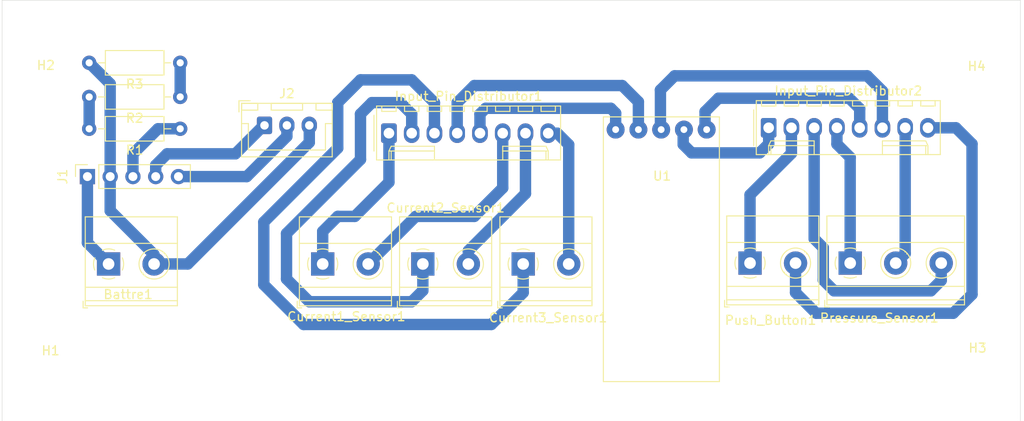
<source format=kicad_pcb>
(kicad_pcb (version 20171130) (host pcbnew "(5.1.10)-1")

  (general
    (thickness 1.6)
    (drawings 4)
    (tracks 108)
    (zones 0)
    (modules 18)
    (nets 24)
  )

  (page A4)
  (layers
    (0 F.Cu signal)
    (31 B.Cu signal)
    (32 B.Adhes user)
    (33 F.Adhes user)
    (34 B.Paste user)
    (35 F.Paste user)
    (36 B.SilkS user)
    (37 F.SilkS user)
    (38 B.Mask user)
    (39 F.Mask user)
    (40 Dwgs.User user)
    (41 Cmts.User user)
    (42 Eco1.User user)
    (43 Eco2.User user)
    (44 Edge.Cuts user)
    (45 Margin user)
    (46 B.CrtYd user)
    (47 F.CrtYd user)
    (48 B.Fab user)
    (49 F.Fab user)
  )

  (setup
    (last_trace_width 0.25)
    (user_trace_width 1.27)
    (user_trace_width 1.5)
    (user_trace_width 2)
    (trace_clearance 0.2)
    (zone_clearance 0.508)
    (zone_45_only no)
    (trace_min 0.2)
    (via_size 0.8)
    (via_drill 0.4)
    (via_min_size 0.4)
    (via_min_drill 0.3)
    (uvia_size 0.3)
    (uvia_drill 0.1)
    (uvias_allowed no)
    (uvia_min_size 0.2)
    (uvia_min_drill 0.1)
    (edge_width 0.05)
    (segment_width 0.2)
    (pcb_text_width 0.3)
    (pcb_text_size 1.5 1.5)
    (mod_edge_width 0.12)
    (mod_text_size 1 1)
    (mod_text_width 0.15)
    (pad_size 1.524 1.524)
    (pad_drill 0.762)
    (pad_to_mask_clearance 0)
    (aux_axis_origin 0 0)
    (visible_elements 7FFFFFFF)
    (pcbplotparams
      (layerselection 0x01000_fffffffe)
      (usegerberextensions false)
      (usegerberattributes true)
      (usegerberadvancedattributes true)
      (creategerberjobfile true)
      (excludeedgelayer true)
      (linewidth 0.100000)
      (plotframeref false)
      (viasonmask false)
      (mode 1)
      (useauxorigin false)
      (hpglpennumber 1)
      (hpglpenspeed 20)
      (hpglpendiameter 15.000000)
      (psnegative false)
      (psa4output false)
      (plotreference true)
      (plotvalue true)
      (plotinvisibletext false)
      (padsonsilk false)
      (subtractmaskfromsilk false)
      (outputformat 1)
      (mirror false)
      (drillshape 0)
      (scaleselection 1)
      (outputdirectory ""))
  )

  (net 0 "")
  (net 1 GND)
  (net 2 Sleeve1)
  (net 3 Sleeve2)
  (net 4 Sleeve3)
  (net 5 SCK)
  (net 6 CS)
  (net 7 MISO)
  (net 8 Analog_Pressure)
  (net 9 Push_Button_In)
  (net 10 Push_Button_Out)
  (net 11 Tip1)
  (net 12 Tip2)
  (net 13 Tip3)
  (net 14 +BATT)
  (net 15 GND1)
  (net 16 +3V3)
  (net 17 GND2)
  (net 18 +5V)
  (net 19 /Delay)
  (net 20 /Drive)
  (net 21 /Done)
  (net 22 "Net-(R1-Pad2)")
  (net 23 "Net-(R2-Pad1)")

  (net_class Default "This is the default net class."
    (clearance 0.2)
    (trace_width 0.25)
    (via_dia 0.8)
    (via_drill 0.4)
    (uvia_dia 0.3)
    (uvia_drill 0.1)
    (add_net +3V3)
    (add_net +5V)
    (add_net +BATT)
    (add_net /Delay)
    (add_net /Done)
    (add_net /Drive)
    (add_net Analog_Pressure)
    (add_net CS)
    (add_net GND)
    (add_net GND1)
    (add_net GND2)
    (add_net MISO)
    (add_net "Net-(R1-Pad2)")
    (add_net "Net-(R2-Pad1)")
    (add_net Push_Button_In)
    (add_net Push_Button_Out)
    (add_net SCK)
    (add_net Sleeve1)
    (add_net Sleeve2)
    (add_net Sleeve3)
    (add_net Tip1)
    (add_net Tip2)
    (add_net Tip3)
  )

  (module TerminalBlock_Phoenix:TerminalBlock_Phoenix_MKDS-1,5-2-5.08_1x02_P5.08mm_Horizontal (layer F.Cu) (tedit 5B294EBC) (tstamp 60ABB674)
    (at 176.12 65)
    (descr "Terminal Block Phoenix MKDS-1,5-2-5.08, 2 pins, pitch 5.08mm, size 10.2x9.8mm^2, drill diamater 1.3mm, pad diameter 2.6mm, see http://www.farnell.com/datasheets/100425.pdf, script-generated using https://github.com/pointhi/kicad-footprint-generator/scripts/TerminalBlock_Phoenix")
    (tags "THT Terminal Block Phoenix MKDS-1,5-2-5.08 pitch 5.08mm size 10.2x9.8mm^2 drill 1.3mm pad 2.6mm")
    (path /60A64EF1)
    (fp_text reference Current1_Sensor1 (at 2.647 5.874) (layer F.SilkS)
      (effects (font (size 1 1) (thickness 0.15)))
    )
    (fp_text value " " (at 2.54 5.66) (layer F.Fab)
      (effects (font (size 1 1) (thickness 0.15)))
    )
    (fp_line (start 8.13 -5.71) (end -3.04 -5.71) (layer F.CrtYd) (width 0.05))
    (fp_line (start 8.13 5.1) (end 8.13 -5.71) (layer F.CrtYd) (width 0.05))
    (fp_line (start -3.04 5.1) (end 8.13 5.1) (layer F.CrtYd) (width 0.05))
    (fp_line (start -3.04 -5.71) (end -3.04 5.1) (layer F.CrtYd) (width 0.05))
    (fp_line (start -2.84 4.9) (end -2.34 4.9) (layer F.SilkS) (width 0.12))
    (fp_line (start -2.84 4.16) (end -2.84 4.9) (layer F.SilkS) (width 0.12))
    (fp_line (start 3.853 1.023) (end 3.806 1.069) (layer F.SilkS) (width 0.12))
    (fp_line (start 6.15 -1.275) (end 6.115 -1.239) (layer F.SilkS) (width 0.12))
    (fp_line (start 4.046 1.239) (end 4.011 1.274) (layer F.SilkS) (width 0.12))
    (fp_line (start 6.355 -1.069) (end 6.308 -1.023) (layer F.SilkS) (width 0.12))
    (fp_line (start 6.035 -1.138) (end 3.943 0.955) (layer F.Fab) (width 0.1))
    (fp_line (start 6.218 -0.955) (end 4.126 1.138) (layer F.Fab) (width 0.1))
    (fp_line (start 0.955 -1.138) (end -1.138 0.955) (layer F.Fab) (width 0.1))
    (fp_line (start 1.138 -0.955) (end -0.955 1.138) (layer F.Fab) (width 0.1))
    (fp_line (start 7.68 -5.261) (end 7.68 4.66) (layer F.SilkS) (width 0.12))
    (fp_line (start -2.6 -5.261) (end -2.6 4.66) (layer F.SilkS) (width 0.12))
    (fp_line (start -2.6 4.66) (end 7.68 4.66) (layer F.SilkS) (width 0.12))
    (fp_line (start -2.6 -5.261) (end 7.68 -5.261) (layer F.SilkS) (width 0.12))
    (fp_line (start -2.6 -2.301) (end 7.68 -2.301) (layer F.SilkS) (width 0.12))
    (fp_line (start -2.54 -2.3) (end 7.62 -2.3) (layer F.Fab) (width 0.1))
    (fp_line (start -2.6 2.6) (end 7.68 2.6) (layer F.SilkS) (width 0.12))
    (fp_line (start -2.54 2.6) (end 7.62 2.6) (layer F.Fab) (width 0.1))
    (fp_line (start -2.6 4.1) (end 7.68 4.1) (layer F.SilkS) (width 0.12))
    (fp_line (start -2.54 4.1) (end 7.62 4.1) (layer F.Fab) (width 0.1))
    (fp_line (start -2.54 4.1) (end -2.54 -5.2) (layer F.Fab) (width 0.1))
    (fp_line (start -2.04 4.6) (end -2.54 4.1) (layer F.Fab) (width 0.1))
    (fp_line (start 7.62 4.6) (end -2.04 4.6) (layer F.Fab) (width 0.1))
    (fp_line (start 7.62 -5.2) (end 7.62 4.6) (layer F.Fab) (width 0.1))
    (fp_line (start -2.54 -5.2) (end 7.62 -5.2) (layer F.Fab) (width 0.1))
    (fp_circle (center 5.08 0) (end 6.76 0) (layer F.SilkS) (width 0.12))
    (fp_circle (center 5.08 0) (end 6.58 0) (layer F.Fab) (width 0.1))
    (fp_circle (center 0 0) (end 1.5 0) (layer F.Fab) (width 0.1))
    (fp_text user %R (at 2.647 5.874) (layer F.Fab)
      (effects (font (size 1 1) (thickness 0.15)))
    )
    (fp_arc (start 0 0) (end -0.684 1.535) (angle -25) (layer F.SilkS) (width 0.12))
    (fp_arc (start 0 0) (end -1.535 -0.684) (angle -48) (layer F.SilkS) (width 0.12))
    (fp_arc (start 0 0) (end 0.684 -1.535) (angle -48) (layer F.SilkS) (width 0.12))
    (fp_arc (start 0 0) (end 1.535 0.684) (angle -48) (layer F.SilkS) (width 0.12))
    (fp_arc (start 0 0) (end 0 1.68) (angle -24) (layer F.SilkS) (width 0.12))
    (pad 2 thru_hole circle (at 5.08 0) (size 2.6 2.6) (drill 1.3) (layers *.Cu *.Mask)
      (net 2 Sleeve1))
    (pad 1 thru_hole rect (at 0 0) (size 2.6 2.6) (drill 1.3) (layers *.Cu *.Mask)
      (net 11 Tip1))
    (model ${KISYS3DMOD}/TerminalBlock_Phoenix.3dshapes/TerminalBlock_Phoenix_MKDS-1,5-2-5.08_1x02_P5.08mm_Horizontal.wrl
      (at (xyz 0 0 0))
      (scale (xyz 1 1 1))
      (rotate (xyz 0 0 0))
    )
  )

  (module TerminalBlock_Phoenix:TerminalBlock_Phoenix_MKDS-1,5-2-5.08_1x02_P5.08mm_Horizontal (layer F.Cu) (tedit 5B294EBC) (tstamp 60ABB5F3)
    (at 152.22 65)
    (descr "Terminal Block Phoenix MKDS-1,5-2-5.08, 2 pins, pitch 5.08mm, size 10.2x9.8mm^2, drill diamater 1.3mm, pad diameter 2.6mm, see http://www.farnell.com/datasheets/100425.pdf, script-generated using https://github.com/pointhi/kicad-footprint-generator/scripts/TerminalBlock_Phoenix")
    (tags "THT Terminal Block Phoenix MKDS-1,5-2-5.08 pitch 5.08mm size 10.2x9.8mm^2 drill 1.3mm pad 2.6mm")
    (path /60A6482E)
    (fp_text reference Battre1 (at 2.18 3.4) (layer F.SilkS)
      (effects (font (size 1 1) (thickness 0.15)))
    )
    (fp_text value " " (at 2.54 5.66) (layer F.Fab)
      (effects (font (size 1 1) (thickness 0.15)))
    )
    (fp_circle (center 0 0) (end 1.5 0) (layer F.Fab) (width 0.1))
    (fp_circle (center 5.08 0) (end 6.58 0) (layer F.Fab) (width 0.1))
    (fp_circle (center 5.08 0) (end 6.76 0) (layer F.SilkS) (width 0.12))
    (fp_line (start -2.54 -5.2) (end 7.62 -5.2) (layer F.Fab) (width 0.1))
    (fp_line (start 7.62 -5.2) (end 7.62 4.6) (layer F.Fab) (width 0.1))
    (fp_line (start 7.62 4.6) (end -2.04 4.6) (layer F.Fab) (width 0.1))
    (fp_line (start -2.04 4.6) (end -2.54 4.1) (layer F.Fab) (width 0.1))
    (fp_line (start -2.54 4.1) (end -2.54 -5.2) (layer F.Fab) (width 0.1))
    (fp_line (start -2.54 4.1) (end 7.62 4.1) (layer F.Fab) (width 0.1))
    (fp_line (start -2.6 4.1) (end 7.68 4.1) (layer F.SilkS) (width 0.12))
    (fp_line (start -2.54 2.6) (end 7.62 2.6) (layer F.Fab) (width 0.1))
    (fp_line (start -2.6 2.6) (end 7.68 2.6) (layer F.SilkS) (width 0.12))
    (fp_line (start -2.54 -2.3) (end 7.62 -2.3) (layer F.Fab) (width 0.1))
    (fp_line (start -2.6 -2.301) (end 7.68 -2.301) (layer F.SilkS) (width 0.12))
    (fp_line (start -2.6 -5.261) (end 7.68 -5.261) (layer F.SilkS) (width 0.12))
    (fp_line (start -2.6 4.66) (end 7.68 4.66) (layer F.SilkS) (width 0.12))
    (fp_line (start -2.6 -5.261) (end -2.6 4.66) (layer F.SilkS) (width 0.12))
    (fp_line (start 7.68 -5.261) (end 7.68 4.66) (layer F.SilkS) (width 0.12))
    (fp_line (start 1.138 -0.955) (end -0.955 1.138) (layer F.Fab) (width 0.1))
    (fp_line (start 0.955 -1.138) (end -1.138 0.955) (layer F.Fab) (width 0.1))
    (fp_line (start 6.218 -0.955) (end 4.126 1.138) (layer F.Fab) (width 0.1))
    (fp_line (start 6.035 -1.138) (end 3.943 0.955) (layer F.Fab) (width 0.1))
    (fp_line (start 6.355 -1.069) (end 6.308 -1.023) (layer F.SilkS) (width 0.12))
    (fp_line (start 4.046 1.239) (end 4.011 1.274) (layer F.SilkS) (width 0.12))
    (fp_line (start 6.15 -1.275) (end 6.115 -1.239) (layer F.SilkS) (width 0.12))
    (fp_line (start 3.853 1.023) (end 3.806 1.069) (layer F.SilkS) (width 0.12))
    (fp_line (start -2.84 4.16) (end -2.84 4.9) (layer F.SilkS) (width 0.12))
    (fp_line (start -2.84 4.9) (end -2.34 4.9) (layer F.SilkS) (width 0.12))
    (fp_line (start -3.04 -5.71) (end -3.04 5.1) (layer F.CrtYd) (width 0.05))
    (fp_line (start -3.04 5.1) (end 8.13 5.1) (layer F.CrtYd) (width 0.05))
    (fp_line (start 8.13 5.1) (end 8.13 -5.71) (layer F.CrtYd) (width 0.05))
    (fp_line (start 8.13 -5.71) (end -3.04 -5.71) (layer F.CrtYd) (width 0.05))
    (fp_arc (start 0 0) (end 0 1.68) (angle -24) (layer F.SilkS) (width 0.12))
    (fp_arc (start 0 0) (end 1.535 0.684) (angle -48) (layer F.SilkS) (width 0.12))
    (fp_arc (start 0 0) (end 0.684 -1.535) (angle -48) (layer F.SilkS) (width 0.12))
    (fp_arc (start 0 0) (end -1.535 -0.684) (angle -48) (layer F.SilkS) (width 0.12))
    (fp_arc (start 0 0) (end -0.684 1.535) (angle -25) (layer F.SilkS) (width 0.12))
    (fp_text user %R (at 2.18 3.4) (layer F.Fab)
      (effects (font (size 1 1) (thickness 0.15)))
    )
    (pad 1 thru_hole rect (at 0 0) (size 2.6 2.6) (drill 1.3) (layers *.Cu *.Mask)
      (net 14 +BATT))
    (pad 2 thru_hole circle (at 5.08 0) (size 2.6 2.6) (drill 1.3) (layers *.Cu *.Mask)
      (net 1 GND))
    (model ${KISYS3DMOD}/TerminalBlock_Phoenix.3dshapes/TerminalBlock_Phoenix_MKDS-1,5-2-5.08_1x02_P5.08mm_Horizontal.wrl
      (at (xyz 0 0 0))
      (scale (xyz 1 1 1))
      (rotate (xyz 0 0 0))
    )
  )

  (module TerminalBlock_Phoenix:TerminalBlock_Phoenix_MKDS-1,5-2-5.08_1x02_P5.08mm_Horizontal (layer F.Cu) (tedit 5B294EBC) (tstamp 60ABB6F5)
    (at 187.3 65)
    (descr "Terminal Block Phoenix MKDS-1,5-2-5.08, 2 pins, pitch 5.08mm, size 10.2x9.8mm^2, drill diamater 1.3mm, pad diameter 2.6mm, see http://www.farnell.com/datasheets/100425.pdf, script-generated using https://github.com/pointhi/kicad-footprint-generator/scripts/TerminalBlock_Phoenix")
    (tags "THT Terminal Block Phoenix MKDS-1,5-2-5.08 pitch 5.08mm size 10.2x9.8mm^2 drill 1.3mm pad 2.6mm")
    (path /60A640E7)
    (fp_text reference Current2_Sensor1 (at 2.54 -6.26) (layer F.SilkS)
      (effects (font (size 1 1) (thickness 0.15)))
    )
    (fp_text value " " (at 2.54 5.66) (layer F.Fab)
      (effects (font (size 1 1) (thickness 0.15)))
    )
    (fp_line (start 8.13 -5.71) (end -3.04 -5.71) (layer F.CrtYd) (width 0.05))
    (fp_line (start 8.13 5.1) (end 8.13 -5.71) (layer F.CrtYd) (width 0.05))
    (fp_line (start -3.04 5.1) (end 8.13 5.1) (layer F.CrtYd) (width 0.05))
    (fp_line (start -3.04 -5.71) (end -3.04 5.1) (layer F.CrtYd) (width 0.05))
    (fp_line (start -2.84 4.9) (end -2.34 4.9) (layer F.SilkS) (width 0.12))
    (fp_line (start -2.84 4.16) (end -2.84 4.9) (layer F.SilkS) (width 0.12))
    (fp_line (start 3.853 1.023) (end 3.806 1.069) (layer F.SilkS) (width 0.12))
    (fp_line (start 6.15 -1.275) (end 6.115 -1.239) (layer F.SilkS) (width 0.12))
    (fp_line (start 4.046 1.239) (end 4.011 1.274) (layer F.SilkS) (width 0.12))
    (fp_line (start 6.355 -1.069) (end 6.308 -1.023) (layer F.SilkS) (width 0.12))
    (fp_line (start 6.035 -1.138) (end 3.943 0.955) (layer F.Fab) (width 0.1))
    (fp_line (start 6.218 -0.955) (end 4.126 1.138) (layer F.Fab) (width 0.1))
    (fp_line (start 0.955 -1.138) (end -1.138 0.955) (layer F.Fab) (width 0.1))
    (fp_line (start 1.138 -0.955) (end -0.955 1.138) (layer F.Fab) (width 0.1))
    (fp_line (start 7.68 -5.261) (end 7.68 4.66) (layer F.SilkS) (width 0.12))
    (fp_line (start -2.6 -5.261) (end -2.6 4.66) (layer F.SilkS) (width 0.12))
    (fp_line (start -2.6 4.66) (end 7.68 4.66) (layer F.SilkS) (width 0.12))
    (fp_line (start -2.6 -5.261) (end 7.68 -5.261) (layer F.SilkS) (width 0.12))
    (fp_line (start -2.6 -2.301) (end 7.68 -2.301) (layer F.SilkS) (width 0.12))
    (fp_line (start -2.54 -2.3) (end 7.62 -2.3) (layer F.Fab) (width 0.1))
    (fp_line (start -2.6 2.6) (end 7.68 2.6) (layer F.SilkS) (width 0.12))
    (fp_line (start -2.54 2.6) (end 7.62 2.6) (layer F.Fab) (width 0.1))
    (fp_line (start -2.6 4.1) (end 7.68 4.1) (layer F.SilkS) (width 0.12))
    (fp_line (start -2.54 4.1) (end 7.62 4.1) (layer F.Fab) (width 0.1))
    (fp_line (start -2.54 4.1) (end -2.54 -5.2) (layer F.Fab) (width 0.1))
    (fp_line (start -2.04 4.6) (end -2.54 4.1) (layer F.Fab) (width 0.1))
    (fp_line (start 7.62 4.6) (end -2.04 4.6) (layer F.Fab) (width 0.1))
    (fp_line (start 7.62 -5.2) (end 7.62 4.6) (layer F.Fab) (width 0.1))
    (fp_line (start -2.54 -5.2) (end 7.62 -5.2) (layer F.Fab) (width 0.1))
    (fp_circle (center 5.08 0) (end 6.76 0) (layer F.SilkS) (width 0.12))
    (fp_circle (center 5.08 0) (end 6.58 0) (layer F.Fab) (width 0.1))
    (fp_circle (center 0 0) (end 1.5 0) (layer F.Fab) (width 0.1))
    (fp_text user %R (at 2.54912 -6.2672) (layer F.Fab)
      (effects (font (size 1 1) (thickness 0.15)))
    )
    (fp_arc (start 0 0) (end -0.684 1.535) (angle -25) (layer F.SilkS) (width 0.12))
    (fp_arc (start 0 0) (end -1.535 -0.684) (angle -48) (layer F.SilkS) (width 0.12))
    (fp_arc (start 0 0) (end 0.684 -1.535) (angle -48) (layer F.SilkS) (width 0.12))
    (fp_arc (start 0 0) (end 1.535 0.684) (angle -48) (layer F.SilkS) (width 0.12))
    (fp_arc (start 0 0) (end 0 1.68) (angle -24) (layer F.SilkS) (width 0.12))
    (pad 2 thru_hole circle (at 5.08 0) (size 2.6 2.6) (drill 1.3) (layers *.Cu *.Mask)
      (net 3 Sleeve2))
    (pad 1 thru_hole rect (at 0 0) (size 2.6 2.6) (drill 1.3) (layers *.Cu *.Mask)
      (net 12 Tip2))
    (model ${KISYS3DMOD}/TerminalBlock_Phoenix.3dshapes/TerminalBlock_Phoenix_MKDS-1,5-2-5.08_1x02_P5.08mm_Horizontal.wrl
      (at (xyz 0 0 0))
      (scale (xyz 1 1 1))
      (rotate (xyz 0 0 0))
    )
  )

  (module TerminalBlock_Phoenix:TerminalBlock_Phoenix_MKDS-1,5-2-5.08_1x02_P5.08mm_Horizontal (layer F.Cu) (tedit 5B294EBC) (tstamp 60ABB4D6)
    (at 198.5 65)
    (descr "Terminal Block Phoenix MKDS-1,5-2-5.08, 2 pins, pitch 5.08mm, size 10.2x9.8mm^2, drill diamater 1.3mm, pad diameter 2.6mm, see http://www.farnell.com/datasheets/100425.pdf, script-generated using https://github.com/pointhi/kicad-footprint-generator/scripts/TerminalBlock_Phoenix")
    (tags "THT Terminal Block Phoenix MKDS-1,5-2-5.08 pitch 5.08mm size 10.2x9.8mm^2 drill 1.3mm pad 2.6mm")
    (path /60A63BCB)
    (fp_text reference Current3_Sensor1 (at 2.777 6.001) (layer F.SilkS)
      (effects (font (size 1 1) (thickness 0.15)))
    )
    (fp_text value " " (at 2.54 5.66) (layer F.Fab)
      (effects (font (size 1 1) (thickness 0.15)))
    )
    (fp_circle (center 0 0) (end 1.5 0) (layer F.Fab) (width 0.1))
    (fp_circle (center 5.08 0) (end 6.58 0) (layer F.Fab) (width 0.1))
    (fp_circle (center 5.08 0) (end 6.76 0) (layer F.SilkS) (width 0.12))
    (fp_line (start -2.54 -5.2) (end 7.62 -5.2) (layer F.Fab) (width 0.1))
    (fp_line (start 7.62 -5.2) (end 7.62 4.6) (layer F.Fab) (width 0.1))
    (fp_line (start 7.62 4.6) (end -2.04 4.6) (layer F.Fab) (width 0.1))
    (fp_line (start -2.04 4.6) (end -2.54 4.1) (layer F.Fab) (width 0.1))
    (fp_line (start -2.54 4.1) (end -2.54 -5.2) (layer F.Fab) (width 0.1))
    (fp_line (start -2.54 4.1) (end 7.62 4.1) (layer F.Fab) (width 0.1))
    (fp_line (start -2.6 4.1) (end 7.68 4.1) (layer F.SilkS) (width 0.12))
    (fp_line (start -2.54 2.6) (end 7.62 2.6) (layer F.Fab) (width 0.1))
    (fp_line (start -2.6 2.6) (end 7.68 2.6) (layer F.SilkS) (width 0.12))
    (fp_line (start -2.54 -2.3) (end 7.62 -2.3) (layer F.Fab) (width 0.1))
    (fp_line (start -2.6 -2.301) (end 7.68 -2.301) (layer F.SilkS) (width 0.12))
    (fp_line (start -2.6 -5.261) (end 7.68 -5.261) (layer F.SilkS) (width 0.12))
    (fp_line (start -2.6 4.66) (end 7.68 4.66) (layer F.SilkS) (width 0.12))
    (fp_line (start -2.6 -5.261) (end -2.6 4.66) (layer F.SilkS) (width 0.12))
    (fp_line (start 7.68 -5.261) (end 7.68 4.66) (layer F.SilkS) (width 0.12))
    (fp_line (start 1.138 -0.955) (end -0.955 1.138) (layer F.Fab) (width 0.1))
    (fp_line (start 0.955 -1.138) (end -1.138 0.955) (layer F.Fab) (width 0.1))
    (fp_line (start 6.218 -0.955) (end 4.126 1.138) (layer F.Fab) (width 0.1))
    (fp_line (start 6.035 -1.138) (end 3.943 0.955) (layer F.Fab) (width 0.1))
    (fp_line (start 6.355 -1.069) (end 6.308 -1.023) (layer F.SilkS) (width 0.12))
    (fp_line (start 4.046 1.239) (end 4.011 1.274) (layer F.SilkS) (width 0.12))
    (fp_line (start 6.15 -1.275) (end 6.115 -1.239) (layer F.SilkS) (width 0.12))
    (fp_line (start 3.853 1.023) (end 3.806 1.069) (layer F.SilkS) (width 0.12))
    (fp_line (start -2.84 4.16) (end -2.84 4.9) (layer F.SilkS) (width 0.12))
    (fp_line (start -2.84 4.9) (end -2.34 4.9) (layer F.SilkS) (width 0.12))
    (fp_line (start -3.04 -5.71) (end -3.04 5.1) (layer F.CrtYd) (width 0.05))
    (fp_line (start -3.04 5.1) (end 8.13 5.1) (layer F.CrtYd) (width 0.05))
    (fp_line (start 8.13 5.1) (end 8.13 -5.71) (layer F.CrtYd) (width 0.05))
    (fp_line (start 8.13 -5.71) (end -3.04 -5.71) (layer F.CrtYd) (width 0.05))
    (fp_arc (start 0 0) (end 0 1.68) (angle -24) (layer F.SilkS) (width 0.12))
    (fp_arc (start 0 0) (end 1.535 0.684) (angle -48) (layer F.SilkS) (width 0.12))
    (fp_arc (start 0 0) (end 0.684 -1.535) (angle -48) (layer F.SilkS) (width 0.12))
    (fp_arc (start 0 0) (end -1.535 -0.684) (angle -48) (layer F.SilkS) (width 0.12))
    (fp_arc (start 0 0) (end -0.684 1.535) (angle -25) (layer F.SilkS) (width 0.12))
    (fp_text user %R (at 2.777 6.001) (layer F.Fab)
      (effects (font (size 1 1) (thickness 0.15)))
    )
    (pad 1 thru_hole rect (at 0 0) (size 2.6 2.6) (drill 1.3) (layers *.Cu *.Mask)
      (net 13 Tip3))
    (pad 2 thru_hole circle (at 5.08 0) (size 2.6 2.6) (drill 1.3) (layers *.Cu *.Mask)
      (net 4 Sleeve3))
    (model ${KISYS3DMOD}/TerminalBlock_Phoenix.3dshapes/TerminalBlock_Phoenix_MKDS-1,5-2-5.08_1x02_P5.08mm_Horizontal.wrl
      (at (xyz 0 0 0))
      (scale (xyz 1 1 1))
      (rotate (xyz 0 0 0))
    )
  )

  (module TerminalBlock_Phoenix:TerminalBlock_Phoenix_MKDS-1,5-3-5.08_1x03_P5.08mm_Horizontal (layer F.Cu) (tedit 5B294EBC) (tstamp 60ABB560)
    (at 235 64.9)
    (descr "Terminal Block Phoenix MKDS-1,5-3-5.08, 3 pins, pitch 5.08mm, size 15.2x9.8mm^2, drill diamater 1.3mm, pad diameter 2.6mm, see http://www.farnell.com/datasheets/100425.pdf, script-generated using https://github.com/pointhi/kicad-footprint-generator/scripts/TerminalBlock_Phoenix")
    (tags "THT Terminal Block Phoenix MKDS-1,5-3-5.08 pitch 5.08mm size 15.2x9.8mm^2 drill 1.3mm pad 2.6mm")
    (path /60A65613)
    (fp_text reference Pressure_Sensor1 (at 3.246 6.128) (layer F.SilkS)
      (effects (font (size 1 1) (thickness 0.15)))
    )
    (fp_text value " " (at 5.08 5.66) (layer F.Fab)
      (effects (font (size 1 1) (thickness 0.15)))
    )
    (fp_circle (center 0 0) (end 1.5 0) (layer F.Fab) (width 0.1))
    (fp_circle (center 5.08 0) (end 6.58 0) (layer F.Fab) (width 0.1))
    (fp_circle (center 5.08 0) (end 6.76 0) (layer F.SilkS) (width 0.12))
    (fp_circle (center 10.16 0) (end 11.66 0) (layer F.Fab) (width 0.1))
    (fp_circle (center 10.16 0) (end 11.84 0) (layer F.SilkS) (width 0.12))
    (fp_line (start -2.54 -5.2) (end 12.7 -5.2) (layer F.Fab) (width 0.1))
    (fp_line (start 12.7 -5.2) (end 12.7 4.6) (layer F.Fab) (width 0.1))
    (fp_line (start 12.7 4.6) (end -2.04 4.6) (layer F.Fab) (width 0.1))
    (fp_line (start -2.04 4.6) (end -2.54 4.1) (layer F.Fab) (width 0.1))
    (fp_line (start -2.54 4.1) (end -2.54 -5.2) (layer F.Fab) (width 0.1))
    (fp_line (start -2.54 4.1) (end 12.7 4.1) (layer F.Fab) (width 0.1))
    (fp_line (start -2.6 4.1) (end 12.76 4.1) (layer F.SilkS) (width 0.12))
    (fp_line (start -2.54 2.6) (end 12.7 2.6) (layer F.Fab) (width 0.1))
    (fp_line (start -2.6 2.6) (end 12.76 2.6) (layer F.SilkS) (width 0.12))
    (fp_line (start -2.54 -2.3) (end 12.7 -2.3) (layer F.Fab) (width 0.1))
    (fp_line (start -2.6 -2.301) (end 12.76 -2.301) (layer F.SilkS) (width 0.12))
    (fp_line (start -2.6 -5.261) (end 12.76 -5.261) (layer F.SilkS) (width 0.12))
    (fp_line (start -2.6 4.66) (end 12.76 4.66) (layer F.SilkS) (width 0.12))
    (fp_line (start -2.6 -5.261) (end -2.6 4.66) (layer F.SilkS) (width 0.12))
    (fp_line (start 12.76 -5.261) (end 12.76 4.66) (layer F.SilkS) (width 0.12))
    (fp_line (start 1.138 -0.955) (end -0.955 1.138) (layer F.Fab) (width 0.1))
    (fp_line (start 0.955 -1.138) (end -1.138 0.955) (layer F.Fab) (width 0.1))
    (fp_line (start 6.218 -0.955) (end 4.126 1.138) (layer F.Fab) (width 0.1))
    (fp_line (start 6.035 -1.138) (end 3.943 0.955) (layer F.Fab) (width 0.1))
    (fp_line (start 6.355 -1.069) (end 6.308 -1.023) (layer F.SilkS) (width 0.12))
    (fp_line (start 4.046 1.239) (end 4.011 1.274) (layer F.SilkS) (width 0.12))
    (fp_line (start 6.15 -1.275) (end 6.115 -1.239) (layer F.SilkS) (width 0.12))
    (fp_line (start 3.853 1.023) (end 3.806 1.069) (layer F.SilkS) (width 0.12))
    (fp_line (start 11.298 -0.955) (end 9.206 1.138) (layer F.Fab) (width 0.1))
    (fp_line (start 11.115 -1.138) (end 9.023 0.955) (layer F.Fab) (width 0.1))
    (fp_line (start 11.435 -1.069) (end 11.388 -1.023) (layer F.SilkS) (width 0.12))
    (fp_line (start 9.126 1.239) (end 9.091 1.274) (layer F.SilkS) (width 0.12))
    (fp_line (start 11.23 -1.275) (end 11.195 -1.239) (layer F.SilkS) (width 0.12))
    (fp_line (start 8.933 1.023) (end 8.886 1.069) (layer F.SilkS) (width 0.12))
    (fp_line (start -2.84 4.16) (end -2.84 4.9) (layer F.SilkS) (width 0.12))
    (fp_line (start -2.84 4.9) (end -2.34 4.9) (layer F.SilkS) (width 0.12))
    (fp_line (start -3.04 -5.71) (end -3.04 5.1) (layer F.CrtYd) (width 0.05))
    (fp_line (start -3.04 5.1) (end 13.21 5.1) (layer F.CrtYd) (width 0.05))
    (fp_line (start 13.21 5.1) (end 13.21 -5.71) (layer F.CrtYd) (width 0.05))
    (fp_line (start 13.21 -5.71) (end -3.04 -5.71) (layer F.CrtYd) (width 0.05))
    (fp_arc (start 0 0) (end 0 1.68) (angle -24) (layer F.SilkS) (width 0.12))
    (fp_arc (start 0 0) (end 1.535 0.684) (angle -48) (layer F.SilkS) (width 0.12))
    (fp_arc (start 0 0) (end 0.684 -1.535) (angle -48) (layer F.SilkS) (width 0.12))
    (fp_arc (start 0 0) (end -1.535 -0.684) (angle -48) (layer F.SilkS) (width 0.12))
    (fp_arc (start 0 0) (end -0.684 1.535) (angle -25) (layer F.SilkS) (width 0.12))
    (fp_text user %R (at 3.246 6.128) (layer F.Fab)
      (effects (font (size 1 1) (thickness 0.15)))
    )
    (pad 1 thru_hole rect (at 0 0) (size 2.6 2.6) (drill 1.3) (layers *.Cu *.Mask)
      (net 18 +5V))
    (pad 2 thru_hole circle (at 5.08 0) (size 2.6 2.6) (drill 1.3) (layers *.Cu *.Mask)
      (net 8 Analog_Pressure))
    (pad 3 thru_hole circle (at 10.16 0) (size 2.6 2.6) (drill 1.3) (layers *.Cu *.Mask)
      (net 17 GND2))
    (model ${KISYS3DMOD}/TerminalBlock_Phoenix.3dshapes/TerminalBlock_Phoenix_MKDS-1,5-3-5.08_1x03_P5.08mm_Horizontal.wrl
      (at (xyz 0 0 0))
      (scale (xyz 1 1 1))
      (rotate (xyz 0 0 0))
    )
  )

  (module "DC-DC converter:Modul Termokapel" (layer F.Cu) (tedit 60A715E4) (tstamp 60AA3C81)
    (at 213.9 55.08)
    (path /60A741D6)
    (fp_text reference U1 (at 0.1 0.1) (layer F.SilkS)
      (effects (font (size 1 1) (thickness 0.15)))
    )
    (fp_text value Module_Termokapel (at 0 9.95 90) (layer F.Fab)
      (effects (font (size 1 1) (thickness 0.15)))
    )
    (fp_line (start -6.45 -6.5) (end 6.5 -6.5) (layer Dwgs.User) (width 0.12))
    (fp_line (start -6.45 -6.5) (end -6.45 23.06) (layer Dwgs.User) (width 0.12))
    (fp_line (start 6.5 -6.5) (end 6.5 23.06) (layer Dwgs.User) (width 0.12))
    (fp_line (start -6.45 23.06) (end 6.5 23.06) (layer Dwgs.User) (width 0.12))
    (fp_line (start -6.45 -6.5) (end 6.5 -6.5) (layer F.SilkS) (width 0.12))
    (fp_line (start 6.5 -6.5) (end 6.5 23.05) (layer F.SilkS) (width 0.12))
    (fp_line (start 6.5 23.05) (end -6.45 23.05) (layer F.SilkS) (width 0.12))
    (fp_line (start -6.45 23.05) (end -6.45 -6.5) (layer F.SilkS) (width 0.12))
    (pad 5 thru_hole oval (at 5.08 -5.08) (size 2 2) (drill 0.762) (layers *.Cu *.Mask)
      (net 7 MISO))
    (pad 4 thru_hole oval (at 2.54 -5.08) (size 2 2) (drill 0.762) (layers *.Cu *.Mask)
      (net 6 CS))
    (pad 3 thru_hole oval (at 0 -5.08) (size 2 2) (drill 0.762) (layers *.Cu *.Mask)
      (net 5 SCK))
    (pad 2 thru_hole oval (at -2.54 -5.08) (size 2 2) (drill 0.762) (layers *.Cu *.Mask)
      (net 16 +3V3))
    (pad 1 thru_hole oval (at -5.08 -5.08) (size 2 2) (drill 0.762) (layers *.Cu *.Mask)
      (net 15 GND1))
  )

  (module TerminalBlock_Phoenix:TerminalBlock_Phoenix_MKDS-1,5-2-5.08_1x02_P5.08mm_Horizontal (layer F.Cu) (tedit 5B294EBC) (tstamp 613A2AC3)
    (at 223.82 64.9)
    (descr "Terminal Block Phoenix MKDS-1,5-2-5.08, 2 pins, pitch 5.08mm, size 10.2x9.8mm^2, drill diamater 1.3mm, pad diameter 2.6mm, see http://www.farnell.com/datasheets/100425.pdf, script-generated using https://github.com/pointhi/kicad-footprint-generator/scripts/TerminalBlock_Phoenix")
    (tags "THT Terminal Block Phoenix MKDS-1,5-2-5.08 pitch 5.08mm size 10.2x9.8mm^2 drill 1.3mm pad 2.6mm")
    (path /60A7A2F9)
    (fp_text reference Push_Button1 (at 2.295 6.382) (layer F.SilkS)
      (effects (font (size 1 1) (thickness 0.15)))
    )
    (fp_text value " " (at 2.54 5.66) (layer F.Fab)
      (effects (font (size 1 1) (thickness 0.15)))
    )
    (fp_line (start 8.13 -5.71) (end -3.04 -5.71) (layer F.CrtYd) (width 0.05))
    (fp_line (start 8.13 5.1) (end 8.13 -5.71) (layer F.CrtYd) (width 0.05))
    (fp_line (start -3.04 5.1) (end 8.13 5.1) (layer F.CrtYd) (width 0.05))
    (fp_line (start -3.04 -5.71) (end -3.04 5.1) (layer F.CrtYd) (width 0.05))
    (fp_line (start -2.84 4.9) (end -2.34 4.9) (layer F.SilkS) (width 0.12))
    (fp_line (start -2.84 4.16) (end -2.84 4.9) (layer F.SilkS) (width 0.12))
    (fp_line (start 3.853 1.023) (end 3.806 1.069) (layer F.SilkS) (width 0.12))
    (fp_line (start 6.15 -1.275) (end 6.115 -1.239) (layer F.SilkS) (width 0.12))
    (fp_line (start 4.046 1.239) (end 4.011 1.274) (layer F.SilkS) (width 0.12))
    (fp_line (start 6.355 -1.069) (end 6.308 -1.023) (layer F.SilkS) (width 0.12))
    (fp_line (start 6.035 -1.138) (end 3.943 0.955) (layer F.Fab) (width 0.1))
    (fp_line (start 6.218 -0.955) (end 4.126 1.138) (layer F.Fab) (width 0.1))
    (fp_line (start 0.955 -1.138) (end -1.138 0.955) (layer F.Fab) (width 0.1))
    (fp_line (start 1.138 -0.955) (end -0.955 1.138) (layer F.Fab) (width 0.1))
    (fp_line (start 7.68 -5.261) (end 7.68 4.66) (layer F.SilkS) (width 0.12))
    (fp_line (start -2.6 -5.261) (end -2.6 4.66) (layer F.SilkS) (width 0.12))
    (fp_line (start -2.6 4.66) (end 7.68 4.66) (layer F.SilkS) (width 0.12))
    (fp_line (start -2.6 -5.261) (end 7.68 -5.261) (layer F.SilkS) (width 0.12))
    (fp_line (start -2.6 -2.301) (end 7.68 -2.301) (layer F.SilkS) (width 0.12))
    (fp_line (start -2.54 -2.3) (end 7.62 -2.3) (layer F.Fab) (width 0.1))
    (fp_line (start -2.6 2.6) (end 7.68 2.6) (layer F.SilkS) (width 0.12))
    (fp_line (start -2.54 2.6) (end 7.62 2.6) (layer F.Fab) (width 0.1))
    (fp_line (start -2.6 4.1) (end 7.68 4.1) (layer F.SilkS) (width 0.12))
    (fp_line (start -2.54 4.1) (end 7.62 4.1) (layer F.Fab) (width 0.1))
    (fp_line (start -2.54 4.1) (end -2.54 -5.2) (layer F.Fab) (width 0.1))
    (fp_line (start -2.04 4.6) (end -2.54 4.1) (layer F.Fab) (width 0.1))
    (fp_line (start 7.62 4.6) (end -2.04 4.6) (layer F.Fab) (width 0.1))
    (fp_line (start 7.62 -5.2) (end 7.62 4.6) (layer F.Fab) (width 0.1))
    (fp_line (start -2.54 -5.2) (end 7.62 -5.2) (layer F.Fab) (width 0.1))
    (fp_circle (center 5.08 0) (end 6.76 0) (layer F.SilkS) (width 0.12))
    (fp_circle (center 5.08 0) (end 6.58 0) (layer F.Fab) (width 0.1))
    (fp_circle (center 0 0) (end 1.5 0) (layer F.Fab) (width 0.1))
    (fp_arc (start 0 0) (end 0 1.68) (angle -24) (layer F.SilkS) (width 0.12))
    (fp_arc (start 0 0) (end 1.535 0.684) (angle -48) (layer F.SilkS) (width 0.12))
    (fp_arc (start 0 0) (end 0.684 -1.535) (angle -48) (layer F.SilkS) (width 0.12))
    (fp_arc (start 0 0) (end -1.535 -0.684) (angle -48) (layer F.SilkS) (width 0.12))
    (fp_arc (start 0 0) (end -0.684 1.535) (angle -25) (layer F.SilkS) (width 0.12))
    (fp_text user %R (at 2.295 6.382) (layer F.Fab)
      (effects (font (size 1 1) (thickness 0.15)))
    )
    (pad 1 thru_hole rect (at 0 0) (size 2.6 2.6) (drill 1.3) (layers *.Cu *.Mask)
      (net 9 Push_Button_In))
    (pad 2 thru_hole circle (at 5.08 0) (size 2.6 2.6) (drill 1.3) (layers *.Cu *.Mask)
      (net 10 Push_Button_Out))
    (model ${KISYS3DMOD}/TerminalBlock_Phoenix.3dshapes/TerminalBlock_Phoenix_MKDS-1,5-2-5.08_1x02_P5.08mm_Horizontal.wrl
      (at (xyz 0 0 0))
      (scale (xyz 1 1 1))
      (rotate (xyz 0 0 0))
    )
  )

  (module MountingHole:MountingHole_3.2mm_M3 (layer F.Cu) (tedit 56D1B4CB) (tstamp 60AA4B4C)
    (at 145.75 77)
    (descr "Mounting Hole 3.2mm, no annular, M3")
    (tags "mounting hole 3.2mm no annular m3")
    (path /60A7F372)
    (attr virtual)
    (fp_text reference H1 (at 0 -2.324) (layer F.SilkS)
      (effects (font (size 1 1) (thickness 0.15)))
    )
    (fp_text value MountingHole (at 0 4.2) (layer F.Fab)
      (effects (font (size 1 1) (thickness 0.15)))
    )
    (fp_circle (center 0 0) (end 3.45 0) (layer F.CrtYd) (width 0.05))
    (fp_circle (center 0 0) (end 3.2 0) (layer Cmts.User) (width 0.15))
    (fp_text user %R (at 0.3 0) (layer F.Fab)
      (effects (font (size 1 1) (thickness 0.15)))
    )
    (pad 1 np_thru_hole circle (at 0 0) (size 3.2 3.2) (drill 3.2) (layers *.Cu *.Mask))
  )

  (module MountingHole:MountingHole_3.2mm_M3 (layer F.Cu) (tedit 56D1B4CB) (tstamp 60AA4B71)
    (at 145.25 40.4)
    (descr "Mounting Hole 3.2mm, no annular, M3")
    (tags "mounting hole 3.2mm no annular m3")
    (path /60A80A40)
    (attr virtual)
    (fp_text reference H2 (at -0.035 2.426) (layer F.SilkS)
      (effects (font (size 1 1) (thickness 0.15)))
    )
    (fp_text value MountingHole (at 0 4.2) (layer F.Fab)
      (effects (font (size 1 1) (thickness 0.15)))
    )
    (fp_circle (center 0 0) (end 3.45 0) (layer F.CrtYd) (width 0.05))
    (fp_circle (center 0 0) (end 3.2 0) (layer Cmts.User) (width 0.15))
    (fp_text user %R (at 0.3 0) (layer F.Fab)
      (effects (font (size 1 1) (thickness 0.15)))
    )
    (pad 1 np_thru_hole circle (at 0 0) (size 3.2 3.2) (drill 3.2) (layers *.Cu *.Mask))
  )

  (module MountingHole:MountingHole_3.2mm_M3 (layer F.Cu) (tedit 56D1B4CB) (tstamp 60ABABED)
    (at 249.275 76.7)
    (descr "Mounting Hole 3.2mm, no annular, M3")
    (tags "mounting hole 3.2mm no annular m3")
    (path /60A8036D)
    (attr virtual)
    (fp_text reference H3 (at -0.056 -2.324) (layer F.SilkS)
      (effects (font (size 1 1) (thickness 0.15)))
    )
    (fp_text value MountingHole (at 0 4.2) (layer F.Fab)
      (effects (font (size 1 1) (thickness 0.15)))
    )
    (fp_circle (center 0 0) (end 3.2 0) (layer Cmts.User) (width 0.15))
    (fp_circle (center 0 0) (end 3.45 0) (layer F.CrtYd) (width 0.05))
    (fp_text user %R (at 0.3 0) (layer F.Fab)
      (effects (font (size 1 1) (thickness 0.15)))
    )
    (pad 1 np_thru_hole circle (at 0 0) (size 3.2 3.2) (drill 3.2) (layers *.Cu *.Mask))
  )

  (module MountingHole:MountingHole_3.2mm_M3 (layer F.Cu) (tedit 56D1B4CB) (tstamp 60ABAE02)
    (at 249.175 40.5)
    (descr "Mounting Hole 3.2mm, no annular, M3")
    (tags "mounting hole 3.2mm no annular m3")
    (path /60A80DE4)
    (attr virtual)
    (fp_text reference H4 (at -0.056 2.426) (layer F.SilkS)
      (effects (font (size 1 1) (thickness 0.15)))
    )
    (fp_text value MountingHole (at 0 4.2) (layer F.Fab)
      (effects (font (size 1 1) (thickness 0.15)))
    )
    (fp_circle (center 0 0) (end 3.2 0) (layer Cmts.User) (width 0.15))
    (fp_circle (center 0 0) (end 3.45 0) (layer F.CrtYd) (width 0.05))
    (fp_text user %R (at 0.3 0) (layer F.Fab)
      (effects (font (size 1 1) (thickness 0.15)))
    )
    (pad 1 np_thru_hole circle (at 0 0) (size 3.2 3.2) (drill 3.2) (layers *.Cu *.Mask))
  )

  (module Connector_Molex:Molex_KK-254_AE-6410-08A_1x08_P2.54mm_Vertical (layer F.Cu) (tedit 5EA53D3B) (tstamp 60ABB19B)
    (at 183.515 50.4)
    (descr "Molex KK-254 Interconnect System, old/engineering part number: AE-6410-08A example for new part number: 22-27-2081, 8 Pins (http://www.molex.com/pdm_docs/sd/022272021_sd.pdf), generated with kicad-footprint-generator")
    (tags "connector Molex KK-254 vertical")
    (path /60A62CDA)
    (fp_text reference Input_Pin_Distributor1 (at 8.89 -4.12) (layer F.SilkS)
      (effects (font (size 1 1) (thickness 0.15)))
    )
    (fp_text value " " (at 8.89 4.08) (layer F.Fab)
      (effects (font (size 1 1) (thickness 0.15)))
    )
    (fp_line (start 19.55 -3.42) (end -1.77 -3.42) (layer F.CrtYd) (width 0.05))
    (fp_line (start 19.55 3.38) (end 19.55 -3.42) (layer F.CrtYd) (width 0.05))
    (fp_line (start -1.77 3.38) (end 19.55 3.38) (layer F.CrtYd) (width 0.05))
    (fp_line (start -1.77 -3.42) (end -1.77 3.38) (layer F.CrtYd) (width 0.05))
    (fp_line (start 18.58 -2.43) (end 18.58 -3.03) (layer F.SilkS) (width 0.12))
    (fp_line (start 16.98 -2.43) (end 18.58 -2.43) (layer F.SilkS) (width 0.12))
    (fp_line (start 16.98 -3.03) (end 16.98 -2.43) (layer F.SilkS) (width 0.12))
    (fp_line (start 16.04 -2.43) (end 16.04 -3.03) (layer F.SilkS) (width 0.12))
    (fp_line (start 14.44 -2.43) (end 16.04 -2.43) (layer F.SilkS) (width 0.12))
    (fp_line (start 14.44 -3.03) (end 14.44 -2.43) (layer F.SilkS) (width 0.12))
    (fp_line (start 13.5 -2.43) (end 13.5 -3.03) (layer F.SilkS) (width 0.12))
    (fp_line (start 11.9 -2.43) (end 13.5 -2.43) (layer F.SilkS) (width 0.12))
    (fp_line (start 11.9 -3.03) (end 11.9 -2.43) (layer F.SilkS) (width 0.12))
    (fp_line (start 10.96 -2.43) (end 10.96 -3.03) (layer F.SilkS) (width 0.12))
    (fp_line (start 9.36 -2.43) (end 10.96 -2.43) (layer F.SilkS) (width 0.12))
    (fp_line (start 9.36 -3.03) (end 9.36 -2.43) (layer F.SilkS) (width 0.12))
    (fp_line (start 8.42 -2.43) (end 8.42 -3.03) (layer F.SilkS) (width 0.12))
    (fp_line (start 6.82 -2.43) (end 8.42 -2.43) (layer F.SilkS) (width 0.12))
    (fp_line (start 6.82 -3.03) (end 6.82 -2.43) (layer F.SilkS) (width 0.12))
    (fp_line (start 5.88 -2.43) (end 5.88 -3.03) (layer F.SilkS) (width 0.12))
    (fp_line (start 4.28 -2.43) (end 5.88 -2.43) (layer F.SilkS) (width 0.12))
    (fp_line (start 4.28 -3.03) (end 4.28 -2.43) (layer F.SilkS) (width 0.12))
    (fp_line (start 3.34 -2.43) (end 3.34 -3.03) (layer F.SilkS) (width 0.12))
    (fp_line (start 1.74 -2.43) (end 3.34 -2.43) (layer F.SilkS) (width 0.12))
    (fp_line (start 1.74 -3.03) (end 1.74 -2.43) (layer F.SilkS) (width 0.12))
    (fp_line (start 0.8 -2.43) (end 0.8 -3.03) (layer F.SilkS) (width 0.12))
    (fp_line (start -0.8 -2.43) (end 0.8 -2.43) (layer F.SilkS) (width 0.12))
    (fp_line (start -0.8 -3.03) (end -0.8 -2.43) (layer F.SilkS) (width 0.12))
    (fp_line (start 17.53 2.99) (end 17.53 1.99) (layer F.SilkS) (width 0.12))
    (fp_line (start 12.7 1.46) (end 12.7 1.99) (layer F.SilkS) (width 0.12))
    (fp_line (start 17.53 1.46) (end 12.7 1.46) (layer F.SilkS) (width 0.12))
    (fp_line (start 17.78 1.99) (end 17.53 1.46) (layer F.SilkS) (width 0.12))
    (fp_line (start 12.7 1.99) (end 12.7 2.99) (layer F.SilkS) (width 0.12))
    (fp_line (start 17.78 1.99) (end 12.7 1.99) (layer F.SilkS) (width 0.12))
    (fp_line (start 17.78 2.99) (end 17.78 1.99) (layer F.SilkS) (width 0.12))
    (fp_line (start 0.25 2.99) (end 0.25 1.99) (layer F.SilkS) (width 0.12))
    (fp_line (start 5.08 1.46) (end 5.08 1.99) (layer F.SilkS) (width 0.12))
    (fp_line (start 0.25 1.46) (end 5.08 1.46) (layer F.SilkS) (width 0.12))
    (fp_line (start 0 1.99) (end 0.25 1.46) (layer F.SilkS) (width 0.12))
    (fp_line (start 5.08 1.99) (end 5.08 2.99) (layer F.SilkS) (width 0.12))
    (fp_line (start 0 1.99) (end 5.08 1.99) (layer F.SilkS) (width 0.12))
    (fp_line (start 0 2.99) (end 0 1.99) (layer F.SilkS) (width 0.12))
    (fp_line (start -0.562893 0) (end -1.27 0.5) (layer F.Fab) (width 0.1))
    (fp_line (start -1.27 -0.5) (end -0.562893 0) (layer F.Fab) (width 0.1))
    (fp_line (start -1.67 -2) (end -1.67 2) (layer F.SilkS) (width 0.12))
    (fp_line (start 19.16 -3.03) (end -1.38 -3.03) (layer F.SilkS) (width 0.12))
    (fp_line (start 19.16 2.99) (end 19.16 -3.03) (layer F.SilkS) (width 0.12))
    (fp_line (start -1.38 2.99) (end 19.16 2.99) (layer F.SilkS) (width 0.12))
    (fp_line (start -1.38 -3.03) (end -1.38 2.99) (layer F.SilkS) (width 0.12))
    (fp_line (start 19.05 -2.92) (end -1.27 -2.92) (layer F.Fab) (width 0.1))
    (fp_line (start 19.05 2.88) (end 19.05 -2.92) (layer F.Fab) (width 0.1))
    (fp_line (start -1.27 2.88) (end 19.05 2.88) (layer F.Fab) (width 0.1))
    (fp_line (start -1.27 -2.92) (end -1.27 2.88) (layer F.Fab) (width 0.1))
    (fp_text user %R (at 8.89 -2.22) (layer F.Fab)
      (effects (font (size 1 1) (thickness 0.15)))
    )
    (pad 8 thru_hole oval (at 17.78 0) (size 1.74 2.19) (drill 1.19) (layers *.Cu *.Mask)
      (net 4 Sleeve3))
    (pad 7 thru_hole oval (at 15.24 0) (size 1.74 2.19) (drill 1.19) (layers *.Cu *.Mask)
      (net 3 Sleeve2))
    (pad 6 thru_hole oval (at 12.7 0) (size 1.74 2.19) (drill 1.19) (layers *.Cu *.Mask)
      (net 2 Sleeve1))
    (pad 5 thru_hole oval (at 10.16 0) (size 1.74 2.19) (drill 1.19) (layers *.Cu *.Mask)
      (net 15 GND1))
    (pad 4 thru_hole oval (at 7.62 0) (size 1.74 2.19) (drill 1.19) (layers *.Cu *.Mask)
      (net 16 +3V3))
    (pad 3 thru_hole oval (at 5.08 0) (size 1.74 2.19) (drill 1.19) (layers *.Cu *.Mask)
      (net 13 Tip3))
    (pad 2 thru_hole oval (at 2.54 0) (size 1.74 2.19) (drill 1.19) (layers *.Cu *.Mask)
      (net 12 Tip2))
    (pad 1 thru_hole roundrect (at 0 0) (size 1.74 2.19) (drill 1.19) (layers *.Cu *.Mask) (roundrect_rratio 0.143678)
      (net 11 Tip1))
    (model ${KISYS3DMOD}/Connector_Molex.3dshapes/Molex_KK-254_AE-6410-08A_1x08_P2.54mm_Vertical.wrl
      (at (xyz 0 0 0))
      (scale (xyz 1 1 1))
      (rotate (xyz 0 0 0))
    )
  )

  (module Connector_Molex:Molex_KK-254_AE-6410-08A_1x08_P2.54mm_Vertical (layer F.Cu) (tedit 5EA53D3B) (tstamp 60ABB25E)
    (at 225.9 49.8)
    (descr "Molex KK-254 Interconnect System, old/engineering part number: AE-6410-08A example for new part number: 22-27-2081, 8 Pins (http://www.molex.com/pdm_docs/sd/022272021_sd.pdf), generated with kicad-footprint-generator")
    (tags "connector Molex KK-254 vertical")
    (path /60A6237F)
    (fp_text reference Input_Pin_Distributor2 (at 8.89 -4.12) (layer F.SilkS)
      (effects (font (size 1 1) (thickness 0.15)))
    )
    (fp_text value " " (at 8.89 4.08) (layer F.Fab)
      (effects (font (size 1 1) (thickness 0.15)))
    )
    (fp_line (start -1.27 -2.92) (end -1.27 2.88) (layer F.Fab) (width 0.1))
    (fp_line (start -1.27 2.88) (end 19.05 2.88) (layer F.Fab) (width 0.1))
    (fp_line (start 19.05 2.88) (end 19.05 -2.92) (layer F.Fab) (width 0.1))
    (fp_line (start 19.05 -2.92) (end -1.27 -2.92) (layer F.Fab) (width 0.1))
    (fp_line (start -1.38 -3.03) (end -1.38 2.99) (layer F.SilkS) (width 0.12))
    (fp_line (start -1.38 2.99) (end 19.16 2.99) (layer F.SilkS) (width 0.12))
    (fp_line (start 19.16 2.99) (end 19.16 -3.03) (layer F.SilkS) (width 0.12))
    (fp_line (start 19.16 -3.03) (end -1.38 -3.03) (layer F.SilkS) (width 0.12))
    (fp_line (start -1.67 -2) (end -1.67 2) (layer F.SilkS) (width 0.12))
    (fp_line (start -1.27 -0.5) (end -0.562893 0) (layer F.Fab) (width 0.1))
    (fp_line (start -0.562893 0) (end -1.27 0.5) (layer F.Fab) (width 0.1))
    (fp_line (start 0 2.99) (end 0 1.99) (layer F.SilkS) (width 0.12))
    (fp_line (start 0 1.99) (end 5.08 1.99) (layer F.SilkS) (width 0.12))
    (fp_line (start 5.08 1.99) (end 5.08 2.99) (layer F.SilkS) (width 0.12))
    (fp_line (start 0 1.99) (end 0.25 1.46) (layer F.SilkS) (width 0.12))
    (fp_line (start 0.25 1.46) (end 5.08 1.46) (layer F.SilkS) (width 0.12))
    (fp_line (start 5.08 1.46) (end 5.08 1.99) (layer F.SilkS) (width 0.12))
    (fp_line (start 0.25 2.99) (end 0.25 1.99) (layer F.SilkS) (width 0.12))
    (fp_line (start 17.78 2.99) (end 17.78 1.99) (layer F.SilkS) (width 0.12))
    (fp_line (start 17.78 1.99) (end 12.7 1.99) (layer F.SilkS) (width 0.12))
    (fp_line (start 12.7 1.99) (end 12.7 2.99) (layer F.SilkS) (width 0.12))
    (fp_line (start 17.78 1.99) (end 17.53 1.46) (layer F.SilkS) (width 0.12))
    (fp_line (start 17.53 1.46) (end 12.7 1.46) (layer F.SilkS) (width 0.12))
    (fp_line (start 12.7 1.46) (end 12.7 1.99) (layer F.SilkS) (width 0.12))
    (fp_line (start 17.53 2.99) (end 17.53 1.99) (layer F.SilkS) (width 0.12))
    (fp_line (start -0.8 -3.03) (end -0.8 -2.43) (layer F.SilkS) (width 0.12))
    (fp_line (start -0.8 -2.43) (end 0.8 -2.43) (layer F.SilkS) (width 0.12))
    (fp_line (start 0.8 -2.43) (end 0.8 -3.03) (layer F.SilkS) (width 0.12))
    (fp_line (start 1.74 -3.03) (end 1.74 -2.43) (layer F.SilkS) (width 0.12))
    (fp_line (start 1.74 -2.43) (end 3.34 -2.43) (layer F.SilkS) (width 0.12))
    (fp_line (start 3.34 -2.43) (end 3.34 -3.03) (layer F.SilkS) (width 0.12))
    (fp_line (start 4.28 -3.03) (end 4.28 -2.43) (layer F.SilkS) (width 0.12))
    (fp_line (start 4.28 -2.43) (end 5.88 -2.43) (layer F.SilkS) (width 0.12))
    (fp_line (start 5.88 -2.43) (end 5.88 -3.03) (layer F.SilkS) (width 0.12))
    (fp_line (start 6.82 -3.03) (end 6.82 -2.43) (layer F.SilkS) (width 0.12))
    (fp_line (start 6.82 -2.43) (end 8.42 -2.43) (layer F.SilkS) (width 0.12))
    (fp_line (start 8.42 -2.43) (end 8.42 -3.03) (layer F.SilkS) (width 0.12))
    (fp_line (start 9.36 -3.03) (end 9.36 -2.43) (layer F.SilkS) (width 0.12))
    (fp_line (start 9.36 -2.43) (end 10.96 -2.43) (layer F.SilkS) (width 0.12))
    (fp_line (start 10.96 -2.43) (end 10.96 -3.03) (layer F.SilkS) (width 0.12))
    (fp_line (start 11.9 -3.03) (end 11.9 -2.43) (layer F.SilkS) (width 0.12))
    (fp_line (start 11.9 -2.43) (end 13.5 -2.43) (layer F.SilkS) (width 0.12))
    (fp_line (start 13.5 -2.43) (end 13.5 -3.03) (layer F.SilkS) (width 0.12))
    (fp_line (start 14.44 -3.03) (end 14.44 -2.43) (layer F.SilkS) (width 0.12))
    (fp_line (start 14.44 -2.43) (end 16.04 -2.43) (layer F.SilkS) (width 0.12))
    (fp_line (start 16.04 -2.43) (end 16.04 -3.03) (layer F.SilkS) (width 0.12))
    (fp_line (start 16.98 -3.03) (end 16.98 -2.43) (layer F.SilkS) (width 0.12))
    (fp_line (start 16.98 -2.43) (end 18.58 -2.43) (layer F.SilkS) (width 0.12))
    (fp_line (start 18.58 -2.43) (end 18.58 -3.03) (layer F.SilkS) (width 0.12))
    (fp_line (start -1.77 -3.42) (end -1.77 3.38) (layer F.CrtYd) (width 0.05))
    (fp_line (start -1.77 3.38) (end 19.55 3.38) (layer F.CrtYd) (width 0.05))
    (fp_line (start 19.55 3.38) (end 19.55 -3.42) (layer F.CrtYd) (width 0.05))
    (fp_line (start 19.55 -3.42) (end -1.77 -3.42) (layer F.CrtYd) (width 0.05))
    (fp_text user %R (at 8.89 -2.22) (layer F.Fab)
      (effects (font (size 1 1) (thickness 0.15)))
    )
    (pad 1 thru_hole roundrect (at 0 0) (size 1.74 2.19) (drill 1.19) (layers *.Cu *.Mask) (roundrect_rratio 0.143678)
      (net 6 CS))
    (pad 2 thru_hole oval (at 2.54 0) (size 1.74 2.19) (drill 1.19) (layers *.Cu *.Mask)
      (net 9 Push_Button_In))
    (pad 3 thru_hole oval (at 5.08 0) (size 1.74 2.19) (drill 1.19) (layers *.Cu *.Mask)
      (net 17 GND2))
    (pad 4 thru_hole oval (at 7.62 0) (size 1.74 2.19) (drill 1.19) (layers *.Cu *.Mask)
      (net 18 +5V))
    (pad 5 thru_hole oval (at 10.16 0) (size 1.74 2.19) (drill 1.19) (layers *.Cu *.Mask)
      (net 7 MISO))
    (pad 6 thru_hole oval (at 12.7 0) (size 1.74 2.19) (drill 1.19) (layers *.Cu *.Mask)
      (net 5 SCK))
    (pad 7 thru_hole oval (at 15.24 0) (size 1.74 2.19) (drill 1.19) (layers *.Cu *.Mask)
      (net 8 Analog_Pressure))
    (pad 8 thru_hole oval (at 17.78 0) (size 1.74 2.19) (drill 1.19) (layers *.Cu *.Mask)
      (net 10 Push_Button_Out))
    (model ${KISYS3DMOD}/Connector_Molex.3dshapes/Molex_KK-254_AE-6410-08A_1x08_P2.54mm_Vertical.wrl
      (at (xyz 0 0 0))
      (scale (xyz 1 1 1))
      (rotate (xyz 0 0 0))
    )
  )

  (module Connector_PinSocket_2.54mm:PinSocket_1x05_P2.54mm_Vertical (layer F.Cu) (tedit 5A19A420) (tstamp 613A2179)
    (at 149.86 55.245 90)
    (descr "Through hole straight socket strip, 1x05, 2.54mm pitch, single row (from Kicad 4.0.7), script generated")
    (tags "Through hole socket strip THT 1x05 2.54mm single row")
    (path /613A0A79)
    (fp_text reference J1 (at 0 -2.77 90) (layer F.SilkS)
      (effects (font (size 1 1) (thickness 0.15)))
    )
    (fp_text value Conn_01x05 (at 0 12.93 90) (layer F.Fab)
      (effects (font (size 1 1) (thickness 0.15)))
    )
    (fp_line (start -1.27 -1.27) (end 0.635 -1.27) (layer F.Fab) (width 0.1))
    (fp_line (start 0.635 -1.27) (end 1.27 -0.635) (layer F.Fab) (width 0.1))
    (fp_line (start 1.27 -0.635) (end 1.27 11.43) (layer F.Fab) (width 0.1))
    (fp_line (start 1.27 11.43) (end -1.27 11.43) (layer F.Fab) (width 0.1))
    (fp_line (start -1.27 11.43) (end -1.27 -1.27) (layer F.Fab) (width 0.1))
    (fp_line (start -1.33 1.27) (end 1.33 1.27) (layer F.SilkS) (width 0.12))
    (fp_line (start -1.33 1.27) (end -1.33 11.49) (layer F.SilkS) (width 0.12))
    (fp_line (start -1.33 11.49) (end 1.33 11.49) (layer F.SilkS) (width 0.12))
    (fp_line (start 1.33 1.27) (end 1.33 11.49) (layer F.SilkS) (width 0.12))
    (fp_line (start 1.33 -1.33) (end 1.33 0) (layer F.SilkS) (width 0.12))
    (fp_line (start 0 -1.33) (end 1.33 -1.33) (layer F.SilkS) (width 0.12))
    (fp_line (start -1.8 -1.8) (end 1.75 -1.8) (layer F.CrtYd) (width 0.05))
    (fp_line (start 1.75 -1.8) (end 1.75 11.9) (layer F.CrtYd) (width 0.05))
    (fp_line (start 1.75 11.9) (end -1.8 11.9) (layer F.CrtYd) (width 0.05))
    (fp_line (start -1.8 11.9) (end -1.8 -1.8) (layer F.CrtYd) (width 0.05))
    (fp_text user %R (at 0.635 1.905) (layer F.Fab)
      (effects (font (size 1 1) (thickness 0.15)))
    )
    (pad 1 thru_hole rect (at 0 0 90) (size 1.7 1.7) (drill 1) (layers *.Cu *.Mask)
      (net 14 +BATT))
    (pad 2 thru_hole oval (at 0 2.54 90) (size 1.7 1.7) (drill 1) (layers *.Cu *.Mask)
      (net 1 GND))
    (pad 3 thru_hole oval (at 0 5.08 90) (size 1.7 1.7) (drill 1) (layers *.Cu *.Mask)
      (net 19 /Delay))
    (pad 4 thru_hole oval (at 0 7.62 90) (size 1.7 1.7) (drill 1) (layers *.Cu *.Mask)
      (net 20 /Drive))
    (pad 5 thru_hole oval (at 0 10.16 90) (size 1.7 1.7) (drill 1) (layers *.Cu *.Mask)
      (net 21 /Done))
    (model ${KISYS3DMOD}/Connector_PinSocket_2.54mm.3dshapes/PinSocket_1x05_P2.54mm_Vertical.wrl
      (at (xyz 0 0 0))
      (scale (xyz 1 1 1))
      (rotate (xyz 0 0 0))
    )
  )

  (module Connector_JST:JST_XH_B3B-XH-A_1x03_P2.50mm_Vertical (layer F.Cu) (tedit 5C28146C) (tstamp 613A1F23)
    (at 169.625 49.53)
    (descr "JST XH series connector, B3B-XH-A (http://www.jst-mfg.com/product/pdf/eng/eXH.pdf), generated with kicad-footprint-generator")
    (tags "connector JST XH vertical")
    (path /613BAB08)
    (fp_text reference J2 (at 2.5 -3.55) (layer F.SilkS)
      (effects (font (size 1 1) (thickness 0.15)))
    )
    (fp_text value Conn_01x03 (at 2.5 4.6) (layer F.Fab)
      (effects (font (size 1 1) (thickness 0.15)))
    )
    (fp_line (start -2.45 -2.35) (end -2.45 3.4) (layer F.Fab) (width 0.1))
    (fp_line (start -2.45 3.4) (end 7.45 3.4) (layer F.Fab) (width 0.1))
    (fp_line (start 7.45 3.4) (end 7.45 -2.35) (layer F.Fab) (width 0.1))
    (fp_line (start 7.45 -2.35) (end -2.45 -2.35) (layer F.Fab) (width 0.1))
    (fp_line (start -2.56 -2.46) (end -2.56 3.51) (layer F.SilkS) (width 0.12))
    (fp_line (start -2.56 3.51) (end 7.56 3.51) (layer F.SilkS) (width 0.12))
    (fp_line (start 7.56 3.51) (end 7.56 -2.46) (layer F.SilkS) (width 0.12))
    (fp_line (start 7.56 -2.46) (end -2.56 -2.46) (layer F.SilkS) (width 0.12))
    (fp_line (start -2.95 -2.85) (end -2.95 3.9) (layer F.CrtYd) (width 0.05))
    (fp_line (start -2.95 3.9) (end 7.95 3.9) (layer F.CrtYd) (width 0.05))
    (fp_line (start 7.95 3.9) (end 7.95 -2.85) (layer F.CrtYd) (width 0.05))
    (fp_line (start 7.95 -2.85) (end -2.95 -2.85) (layer F.CrtYd) (width 0.05))
    (fp_line (start -0.625 -2.35) (end 0 -1.35) (layer F.Fab) (width 0.1))
    (fp_line (start 0 -1.35) (end 0.625 -2.35) (layer F.Fab) (width 0.1))
    (fp_line (start 0.75 -2.45) (end 0.75 -1.7) (layer F.SilkS) (width 0.12))
    (fp_line (start 0.75 -1.7) (end 4.25 -1.7) (layer F.SilkS) (width 0.12))
    (fp_line (start 4.25 -1.7) (end 4.25 -2.45) (layer F.SilkS) (width 0.12))
    (fp_line (start 4.25 -2.45) (end 0.75 -2.45) (layer F.SilkS) (width 0.12))
    (fp_line (start -2.55 -2.45) (end -2.55 -1.7) (layer F.SilkS) (width 0.12))
    (fp_line (start -2.55 -1.7) (end -0.75 -1.7) (layer F.SilkS) (width 0.12))
    (fp_line (start -0.75 -1.7) (end -0.75 -2.45) (layer F.SilkS) (width 0.12))
    (fp_line (start -0.75 -2.45) (end -2.55 -2.45) (layer F.SilkS) (width 0.12))
    (fp_line (start 5.75 -2.45) (end 5.75 -1.7) (layer F.SilkS) (width 0.12))
    (fp_line (start 5.75 -1.7) (end 7.55 -1.7) (layer F.SilkS) (width 0.12))
    (fp_line (start 7.55 -1.7) (end 7.55 -2.45) (layer F.SilkS) (width 0.12))
    (fp_line (start 7.55 -2.45) (end 5.75 -2.45) (layer F.SilkS) (width 0.12))
    (fp_line (start -2.55 -0.2) (end -1.8 -0.2) (layer F.SilkS) (width 0.12))
    (fp_line (start -1.8 -0.2) (end -1.8 2.75) (layer F.SilkS) (width 0.12))
    (fp_line (start -1.8 2.75) (end 2.5 2.75) (layer F.SilkS) (width 0.12))
    (fp_line (start 7.55 -0.2) (end 6.8 -0.2) (layer F.SilkS) (width 0.12))
    (fp_line (start 6.8 -0.2) (end 6.8 2.75) (layer F.SilkS) (width 0.12))
    (fp_line (start 6.8 2.75) (end 2.5 2.75) (layer F.SilkS) (width 0.12))
    (fp_line (start -1.6 -2.75) (end -2.85 -2.75) (layer F.SilkS) (width 0.12))
    (fp_line (start -2.85 -2.75) (end -2.85 -1.5) (layer F.SilkS) (width 0.12))
    (fp_text user %R (at 2.5 2.7) (layer F.Fab)
      (effects (font (size 1 1) (thickness 0.15)))
    )
    (pad 1 thru_hole roundrect (at 0 0) (size 1.7 1.95) (drill 0.95) (layers *.Cu *.Mask) (roundrect_rratio 0.147059)
      (net 20 /Drive))
    (pad 2 thru_hole oval (at 2.5 0) (size 1.7 1.95) (drill 0.95) (layers *.Cu *.Mask)
      (net 21 /Done))
    (pad 3 thru_hole oval (at 5 0) (size 1.7 1.95) (drill 0.95) (layers *.Cu *.Mask)
      (net 1 GND))
    (model ${KISYS3DMOD}/Connector_JST.3dshapes/JST_XH_B3B-XH-A_1x03_P2.50mm_Vertical.wrl
      (at (xyz 0 0 0))
      (scale (xyz 1 1 1))
      (rotate (xyz 0 0 0))
    )
  )

  (module Resistor_THT:R_Axial_DIN0207_L6.3mm_D2.5mm_P10.16mm_Horizontal (layer F.Cu) (tedit 5AE5139B) (tstamp 613A207D)
    (at 160.214999 49.909999 180)
    (descr "Resistor, Axial_DIN0207 series, Axial, Horizontal, pin pitch=10.16mm, 0.25W = 1/4W, length*diameter=6.3*2.5mm^2, http://cdn-reichelt.de/documents/datenblatt/B400/1_4W%23YAG.pdf")
    (tags "Resistor Axial_DIN0207 series Axial Horizontal pin pitch 10.16mm 0.25W = 1/4W length 6.3mm diameter 2.5mm")
    (path /613C2AEC)
    (fp_text reference R1 (at 5.08 -2.37) (layer F.SilkS)
      (effects (font (size 1 1) (thickness 0.15)))
    )
    (fp_text value R (at 5.08 2.37) (layer F.Fab)
      (effects (font (size 1 1) (thickness 0.15)))
    )
    (fp_line (start 1.93 -1.25) (end 1.93 1.25) (layer F.Fab) (width 0.1))
    (fp_line (start 1.93 1.25) (end 8.23 1.25) (layer F.Fab) (width 0.1))
    (fp_line (start 8.23 1.25) (end 8.23 -1.25) (layer F.Fab) (width 0.1))
    (fp_line (start 8.23 -1.25) (end 1.93 -1.25) (layer F.Fab) (width 0.1))
    (fp_line (start 0 0) (end 1.93 0) (layer F.Fab) (width 0.1))
    (fp_line (start 10.16 0) (end 8.23 0) (layer F.Fab) (width 0.1))
    (fp_line (start 1.81 -1.37) (end 1.81 1.37) (layer F.SilkS) (width 0.12))
    (fp_line (start 1.81 1.37) (end 8.35 1.37) (layer F.SilkS) (width 0.12))
    (fp_line (start 8.35 1.37) (end 8.35 -1.37) (layer F.SilkS) (width 0.12))
    (fp_line (start 8.35 -1.37) (end 1.81 -1.37) (layer F.SilkS) (width 0.12))
    (fp_line (start 1.04 0) (end 1.81 0) (layer F.SilkS) (width 0.12))
    (fp_line (start 9.12 0) (end 8.35 0) (layer F.SilkS) (width 0.12))
    (fp_line (start -1.05 -1.5) (end -1.05 1.5) (layer F.CrtYd) (width 0.05))
    (fp_line (start -1.05 1.5) (end 11.21 1.5) (layer F.CrtYd) (width 0.05))
    (fp_line (start 11.21 1.5) (end 11.21 -1.5) (layer F.CrtYd) (width 0.05))
    (fp_line (start 11.21 -1.5) (end -1.05 -1.5) (layer F.CrtYd) (width 0.05))
    (fp_text user %R (at 5.08 0) (layer F.Fab)
      (effects (font (size 1 1) (thickness 0.15)))
    )
    (pad 1 thru_hole circle (at 0 0 180) (size 1.6 1.6) (drill 0.8) (layers *.Cu *.Mask)
      (net 19 /Delay))
    (pad 2 thru_hole oval (at 10.16 0 180) (size 1.6 1.6) (drill 0.8) (layers *.Cu *.Mask)
      (net 22 "Net-(R1-Pad2)"))
    (model ${KISYS3DMOD}/Resistor_THT.3dshapes/R_Axial_DIN0207_L6.3mm_D2.5mm_P10.16mm_Horizontal.wrl
      (at (xyz 0 0 0))
      (scale (xyz 1 1 1))
      (rotate (xyz 0 0 0))
    )
  )

  (module Resistor_THT:R_Axial_DIN0207_L6.3mm_D2.5mm_P10.16mm_Horizontal (layer F.Cu) (tedit 5AE5139B) (tstamp 613A2094)
    (at 160.214999 46.355 180)
    (descr "Resistor, Axial_DIN0207 series, Axial, Horizontal, pin pitch=10.16mm, 0.25W = 1/4W, length*diameter=6.3*2.5mm^2, http://cdn-reichelt.de/documents/datenblatt/B400/1_4W%23YAG.pdf")
    (tags "Resistor Axial_DIN0207 series Axial Horizontal pin pitch 10.16mm 0.25W = 1/4W length 6.3mm diameter 2.5mm")
    (path /613C2FF5)
    (fp_text reference R2 (at 5.08 -2.37) (layer F.SilkS)
      (effects (font (size 1 1) (thickness 0.15)))
    )
    (fp_text value R (at 5.08 2.37) (layer F.Fab)
      (effects (font (size 1 1) (thickness 0.15)))
    )
    (fp_line (start 11.21 -1.5) (end -1.05 -1.5) (layer F.CrtYd) (width 0.05))
    (fp_line (start 11.21 1.5) (end 11.21 -1.5) (layer F.CrtYd) (width 0.05))
    (fp_line (start -1.05 1.5) (end 11.21 1.5) (layer F.CrtYd) (width 0.05))
    (fp_line (start -1.05 -1.5) (end -1.05 1.5) (layer F.CrtYd) (width 0.05))
    (fp_line (start 9.12 0) (end 8.35 0) (layer F.SilkS) (width 0.12))
    (fp_line (start 1.04 0) (end 1.81 0) (layer F.SilkS) (width 0.12))
    (fp_line (start 8.35 -1.37) (end 1.81 -1.37) (layer F.SilkS) (width 0.12))
    (fp_line (start 8.35 1.37) (end 8.35 -1.37) (layer F.SilkS) (width 0.12))
    (fp_line (start 1.81 1.37) (end 8.35 1.37) (layer F.SilkS) (width 0.12))
    (fp_line (start 1.81 -1.37) (end 1.81 1.37) (layer F.SilkS) (width 0.12))
    (fp_line (start 10.16 0) (end 8.23 0) (layer F.Fab) (width 0.1))
    (fp_line (start 0 0) (end 1.93 0) (layer F.Fab) (width 0.1))
    (fp_line (start 8.23 -1.25) (end 1.93 -1.25) (layer F.Fab) (width 0.1))
    (fp_line (start 8.23 1.25) (end 8.23 -1.25) (layer F.Fab) (width 0.1))
    (fp_line (start 1.93 1.25) (end 8.23 1.25) (layer F.Fab) (width 0.1))
    (fp_line (start 1.93 -1.25) (end 1.93 1.25) (layer F.Fab) (width 0.1))
    (fp_text user %R (at 5.08 0) (layer F.Fab)
      (effects (font (size 1 1) (thickness 0.15)))
    )
    (pad 2 thru_hole oval (at 10.16 0 180) (size 1.6 1.6) (drill 0.8) (layers *.Cu *.Mask)
      (net 22 "Net-(R1-Pad2)"))
    (pad 1 thru_hole circle (at 0 0 180) (size 1.6 1.6) (drill 0.8) (layers *.Cu *.Mask)
      (net 23 "Net-(R2-Pad1)"))
    (model ${KISYS3DMOD}/Resistor_THT.3dshapes/R_Axial_DIN0207_L6.3mm_D2.5mm_P10.16mm_Horizontal.wrl
      (at (xyz 0 0 0))
      (scale (xyz 1 1 1))
      (rotate (xyz 0 0 0))
    )
  )

  (module Resistor_THT:R_Axial_DIN0207_L6.3mm_D2.5mm_P10.16mm_Horizontal (layer F.Cu) (tedit 5AE5139B) (tstamp 613A20AB)
    (at 160.214999 42.545 180)
    (descr "Resistor, Axial_DIN0207 series, Axial, Horizontal, pin pitch=10.16mm, 0.25W = 1/4W, length*diameter=6.3*2.5mm^2, http://cdn-reichelt.de/documents/datenblatt/B400/1_4W%23YAG.pdf")
    (tags "Resistor Axial_DIN0207 series Axial Horizontal pin pitch 10.16mm 0.25W = 1/4W length 6.3mm diameter 2.5mm")
    (path /613C311C)
    (fp_text reference R3 (at 5.08 -2.37) (layer F.SilkS)
      (effects (font (size 1 1) (thickness 0.15)))
    )
    (fp_text value R (at 5.08 2.37) (layer F.Fab)
      (effects (font (size 1 1) (thickness 0.15)))
    )
    (fp_line (start 1.93 -1.25) (end 1.93 1.25) (layer F.Fab) (width 0.1))
    (fp_line (start 1.93 1.25) (end 8.23 1.25) (layer F.Fab) (width 0.1))
    (fp_line (start 8.23 1.25) (end 8.23 -1.25) (layer F.Fab) (width 0.1))
    (fp_line (start 8.23 -1.25) (end 1.93 -1.25) (layer F.Fab) (width 0.1))
    (fp_line (start 0 0) (end 1.93 0) (layer F.Fab) (width 0.1))
    (fp_line (start 10.16 0) (end 8.23 0) (layer F.Fab) (width 0.1))
    (fp_line (start 1.81 -1.37) (end 1.81 1.37) (layer F.SilkS) (width 0.12))
    (fp_line (start 1.81 1.37) (end 8.35 1.37) (layer F.SilkS) (width 0.12))
    (fp_line (start 8.35 1.37) (end 8.35 -1.37) (layer F.SilkS) (width 0.12))
    (fp_line (start 8.35 -1.37) (end 1.81 -1.37) (layer F.SilkS) (width 0.12))
    (fp_line (start 1.04 0) (end 1.81 0) (layer F.SilkS) (width 0.12))
    (fp_line (start 9.12 0) (end 8.35 0) (layer F.SilkS) (width 0.12))
    (fp_line (start -1.05 -1.5) (end -1.05 1.5) (layer F.CrtYd) (width 0.05))
    (fp_line (start -1.05 1.5) (end 11.21 1.5) (layer F.CrtYd) (width 0.05))
    (fp_line (start 11.21 1.5) (end 11.21 -1.5) (layer F.CrtYd) (width 0.05))
    (fp_line (start 11.21 -1.5) (end -1.05 -1.5) (layer F.CrtYd) (width 0.05))
    (fp_text user %R (at 5.08 0) (layer F.Fab)
      (effects (font (size 1 1) (thickness 0.15)))
    )
    (pad 1 thru_hole circle (at 0 0 180) (size 1.6 1.6) (drill 0.8) (layers *.Cu *.Mask)
      (net 23 "Net-(R2-Pad1)"))
    (pad 2 thru_hole oval (at 10.16 0 180) (size 1.6 1.6) (drill 0.8) (layers *.Cu *.Mask)
      (net 1 GND))
    (model ${KISYS3DMOD}/Resistor_THT.3dshapes/R_Axial_DIN0207_L6.3mm_D2.5mm_P10.16mm_Horizontal.wrl
      (at (xyz 0 0 0))
      (scale (xyz 1 1 1))
      (rotate (xyz 0 0 0))
    )
  )

  (gr_line (start 254 82.55) (end 254 35.56) (layer Edge.Cuts) (width 0.05) (tstamp 613A301B))
  (gr_line (start 140.335 82.55) (end 254 82.55) (layer Edge.Cuts) (width 0.05))
  (gr_line (start 140.335 35.56) (end 140.335 82.55) (layer Edge.Cuts) (width 0.05))
  (gr_line (start 254 35.56) (end 140.335 35.56) (layer Edge.Cuts) (width 0.05))

  (segment (start 152.4 55.245) (end 152.4 59.055) (width 1.27) (layer B.Cu) (net 1))
  (segment (start 152.4 59.055) (end 157.3 63.955) (width 1.27) (layer B.Cu) (net 1))
  (segment (start 157.3 65) (end 159.79 65) (width 1.27) (layer B.Cu) (net 1))
  (segment (start 174.625 51.435) (end 174.625 49.53) (width 1.27) (layer B.Cu) (net 1))
  (segment (start 161.06 65) (end 174.625 51.435) (width 1.27) (layer B.Cu) (net 1))
  (segment (start 152.4 44.890001) (end 150.054999 42.545) (width 1.27) (layer B.Cu) (net 1))
  (segment (start 152.4 55.245) (end 152.4 44.890001) (width 1.27) (layer B.Cu) (net 1))
  (segment (start 161.06 65) (end 159.79 65) (width 1.27) (layer B.Cu) (net 1))
  (segment (start 196.215 50.4) (end 196.215 56.515) (width 1.27) (layer B.Cu) (net 2))
  (segment (start 196.215 56.515) (end 193.04 59.69) (width 1.27) (layer B.Cu) (net 2))
  (segment (start 186.51 59.69) (end 181.2 65) (width 1.27) (layer B.Cu) (net 2) (tstamp 613A28A6))
  (segment (start 193.04 59.69) (end 186.51 59.69) (width 1.27) (layer B.Cu) (net 2))
  (segment (start 198.755 50.4) (end 198.755 57.15) (width 1.27) (layer B.Cu) (net 3))
  (segment (start 192.38 63.525) (end 192.38 65) (width 1.27) (layer B.Cu) (net 3))
  (segment (start 198.755 57.15) (end 192.38 63.525) (width 1.27) (layer B.Cu) (net 3))
  (segment (start 203.58 65) (end 203.58 51.68) (width 1.27) (layer B.Cu) (net 4) (tstamp 60ABB35F))
  (segment (start 201.295 50.4) (end 202.3 50.4) (width 1.27) (layer B.Cu) (net 4))
  (segment (start 202.3 50.4) (end 203.58 51.68) (width 1.27) (layer B.Cu) (net 4))
  (segment (start 213.82 49.8) (end 213.82 45.58) (width 1.27) (layer B.Cu) (net 5) (tstamp 60ABB38C))
  (segment (start 213.82 45.58) (end 215.4 44) (width 1.27) (layer B.Cu) (net 5))
  (segment (start 215.4 44) (end 236.9 44) (width 1.27) (layer B.Cu) (net 5))
  (segment (start 238.6 45.7) (end 238.6 49.8) (width 1.27) (layer B.Cu) (net 5) (tstamp 60ABB34D))
  (segment (start 236.9 44) (end 238.6 45.7) (width 1.27) (layer B.Cu) (net 5))
  (segment (start 216.36 49.8) (end 216.36 51.66) (width 1.27) (layer B.Cu) (net 6) (tstamp 60ABB37D))
  (segment (start 216.36 51.66) (end 217.3 52.6) (width 1.27) (layer B.Cu) (net 6) (tstamp 60ABB3A4))
  (segment (start 217.3 52.6) (end 224.9 52.6) (width 1.27) (layer B.Cu) (net 6) (tstamp 60ABB386))
  (segment (start 225.9 51.6) (end 225.9 49.8) (width 1.27) (layer B.Cu) (net 6) (tstamp 60ABB398))
  (segment (start 224.9 52.6) (end 225.9 51.6) (width 1.27) (layer B.Cu) (net 6) (tstamp 60ABB38F))
  (segment (start 218.8 49.8) (end 218.8 48) (width 1.27) (layer B.Cu) (net 7) (tstamp 60ABB4A9))
  (segment (start 218.8 48) (end 220.3 46.5) (width 1.27) (layer B.Cu) (net 7) (tstamp 60ABB4A6))
  (segment (start 220.3 46.5) (end 234.9 46.5) (width 1.27) (layer B.Cu) (net 7) (tstamp 60ABB389))
  (segment (start 236.06 47.66) (end 236.06 49.8) (width 1.27) (layer B.Cu) (net 7) (tstamp 60ABB362))
  (segment (start 234.9 46.5) (end 236.06 47.66) (width 1.27) (layer B.Cu) (net 7) (tstamp 60ABB374))
  (segment (start 241.14 63.84) (end 240.08 64.9) (width 1.27) (layer B.Cu) (net 8) (tstamp 60ABB347))
  (segment (start 241.14 49.8) (end 241.14 63.84) (width 1.27) (layer B.Cu) (net 8) (tstamp 60ABB359))
  (segment (start 223.82 64.9) (end 223.82 57.28) (width 1.27) (layer B.Cu) (net 9) (tstamp 60ABB37A))
  (segment (start 228.44 52.66) (end 228.44 49.8) (width 1.27) (layer B.Cu) (net 9) (tstamp 60ABB377))
  (segment (start 223.82 57.28) (end 228.44 52.66) (width 1.27) (layer B.Cu) (net 9) (tstamp 60ABB34A))
  (segment (start 228.9 64.9) (end 228.9 68.2) (width 1.27) (layer B.Cu) (net 10) (tstamp 60ABB329))
  (segment (start 228.9 68.2) (end 231.2 70.5) (width 1.27) (layer B.Cu) (net 10) (tstamp 60ABB356))
  (segment (start 231.2 70.5) (end 246.5 70.5) (width 1.27) (layer B.Cu) (net 10) (tstamp 60ABB152))
  (segment (start 246.5 70.5) (end 248.6 68.4) (width 1.27) (layer B.Cu) (net 10) (tstamp 60ABB14F))
  (segment (start 248.6 68.4) (end 248.6 51.6) (width 1.27) (layer B.Cu) (net 10) (tstamp 60ABB155))
  (segment (start 246.8 49.8) (end 243.68 49.8) (width 1.27) (layer B.Cu) (net 10) (tstamp 60ABB14C))
  (segment (start 248.6 51.6) (end 246.8 49.8) (width 1.27) (layer B.Cu) (net 10) (tstamp 60ABB158))
  (segment (start 183.515 50.4) (end 183.515 55.88) (width 1.27) (layer B.Cu) (net 11))
  (segment (start 183.515 55.88) (end 179.705 59.69) (width 1.27) (layer B.Cu) (net 11))
  (segment (start 179.705 59.69) (end 177.8 59.69) (width 1.27) (layer B.Cu) (net 11))
  (segment (start 176.12 61.37) (end 176.12 65) (width 1.27) (layer B.Cu) (net 11))
  (segment (start 177.8 59.69) (end 176.12 61.37) (width 1.27) (layer B.Cu) (net 11))
  (segment (start 186.055 50.4) (end 186.055 48.26) (width 1.27) (layer B.Cu) (net 12))
  (segment (start 186.055 48.26) (end 184.785 46.99) (width 1.27) (layer B.Cu) (net 12))
  (segment (start 184.785 46.99) (end 181.61 46.99) (width 1.27) (layer B.Cu) (net 12))
  (segment (start 181.61 46.99) (end 180.34 48.26) (width 1.27) (layer B.Cu) (net 12))
  (segment (start 180.34 48.26) (end 180.34 53.34) (width 1.27) (layer B.Cu) (net 12))
  (segment (start 180.34 53.34) (end 172.085 61.595) (width 1.27) (layer B.Cu) (net 12))
  (segment (start 172.085 61.595) (end 172.085 66.675) (width 1.27) (layer B.Cu) (net 12))
  (segment (start 172.085 66.675) (end 174.625 69.215) (width 1.27) (layer B.Cu) (net 12))
  (segment (start 174.625 69.215) (end 186.055 69.215) (width 1.27) (layer B.Cu) (net 12))
  (segment (start 187.3 67.97) (end 187.3 65) (width 1.27) (layer B.Cu) (net 12) (tstamp 613A2985))
  (segment (start 186.055 69.215) (end 187.3 67.97) (width 1.27) (layer B.Cu) (net 12))
  (segment (start 198.5 68.2) (end 198.5 65) (width 1.27) (layer B.Cu) (net 13))
  (segment (start 194.945 71.755) (end 198.5 68.2) (width 1.27) (layer B.Cu) (net 13))
  (segment (start 173.99 71.755) (end 194.945 71.755) (width 1.27) (layer B.Cu) (net 13))
  (segment (start 169.545 67.31) (end 173.99 71.755) (width 1.27) (layer B.Cu) (net 13))
  (segment (start 169.545 60.325) (end 169.545 67.31) (width 1.27) (layer B.Cu) (net 13))
  (segment (start 177.8 52.07) (end 169.545 60.325) (width 1.27) (layer B.Cu) (net 13))
  (segment (start 180.34 44.45) (end 177.8 46.99) (width 1.27) (layer B.Cu) (net 13))
  (segment (start 177.8 46.99) (end 177.8 52.07) (width 1.27) (layer B.Cu) (net 13))
  (segment (start 186.055 44.45) (end 180.34 44.45) (width 1.27) (layer B.Cu) (net 13))
  (segment (start 188.595 46.99) (end 186.055 44.45) (width 1.27) (layer B.Cu) (net 13))
  (segment (start 188.595 50.4) (end 188.595 46.99) (width 1.27) (layer B.Cu) (net 13))
  (segment (start 149.86 62.64) (end 152.22 65) (width 1.27) (layer B.Cu) (net 14))
  (segment (start 149.86 55.245) (end 149.86 62.64) (width 1.27) (layer B.Cu) (net 14))
  (segment (start 193.675 50.4) (end 193.675 48.26) (width 1.27) (layer B.Cu) (net 15))
  (segment (start 193.675 48.26) (end 194.31 47.625) (width 1.27) (layer B.Cu) (net 15))
  (segment (start 194.31 47.625) (end 208.28 47.625) (width 1.27) (layer B.Cu) (net 15))
  (segment (start 208.82 48.165) (end 208.82 50) (width 1.27) (layer B.Cu) (net 15))
  (segment (start 208.28 47.625) (end 208.82 48.165) (width 1.27) (layer B.Cu) (net 15))
  (segment (start 191.135 50.4) (end 191.135 46.99) (width 1.27) (layer B.Cu) (net 16))
  (segment (start 191.135 46.99) (end 193.04 45.085) (width 1.27) (layer B.Cu) (net 16))
  (segment (start 193.04 45.085) (end 209.55 45.085) (width 1.27) (layer B.Cu) (net 16))
  (segment (start 211.36 46.895) (end 211.36 50) (width 1.27) (layer B.Cu) (net 16))
  (segment (start 209.55 45.085) (end 211.36 46.895) (width 1.27) (layer B.Cu) (net 16))
  (segment (start 233.2 68) (end 244 68) (width 1.27) (layer B.Cu) (net 17) (tstamp 60ABB35C))
  (segment (start 245.16 66.84) (end 245.16 64.9) (width 1.27) (layer B.Cu) (net 17) (tstamp 60ABB338))
  (segment (start 244 68) (end 245.16 66.84) (width 1.27) (layer B.Cu) (net 17) (tstamp 60ABB326))
  (segment (start 230.98 49.8) (end 230.98 62.18) (width 1.27) (layer B.Cu) (net 17) (tstamp 60ABB32C))
  (segment (start 232 66.8) (end 233.2 68) (width 1.27) (layer B.Cu) (net 17) (tstamp 60ABB36E))
  (segment (start 230.98 62.18) (end 232 63.2) (width 1.27) (layer B.Cu) (net 17) (tstamp 60ABB344))
  (segment (start 232 63.2) (end 232 66.8) (width 1.27) (layer B.Cu) (net 17) (tstamp 60ABB365))
  (segment (start 233.52 49.8) (end 233.52 51.62) (width 1.27) (layer B.Cu) (net 18) (tstamp 60ABB33E))
  (segment (start 235 53.1) (end 235 64.9) (width 1.27) (layer B.Cu) (net 18) (tstamp 60ABB332))
  (segment (start 233.52 51.62) (end 235 53.1) (width 1.27) (layer B.Cu) (net 18) (tstamp 60ABB33B))
  (segment (start 160.214999 49.909999) (end 157.735001 49.909999) (width 1.27) (layer B.Cu) (net 19))
  (segment (start 154.94 52.705) (end 154.94 55.245) (width 1.27) (layer B.Cu) (net 19))
  (segment (start 157.735001 49.909999) (end 154.94 52.705) (width 1.27) (layer B.Cu) (net 19))
  (segment (start 157.48 53.975) (end 157.48 55.245) (width 1.27) (layer B.Cu) (net 20))
  (segment (start 158.75 52.705) (end 157.48 53.975) (width 1.27) (layer B.Cu) (net 20))
  (segment (start 166.37 52.705) (end 158.75 52.705) (width 1.27) (layer B.Cu) (net 20))
  (segment (start 169.545 49.53) (end 166.37 52.705) (width 1.27) (layer B.Cu) (net 20))
  (segment (start 169.625 49.53) (end 169.545 49.53) (width 1.27) (layer B.Cu) (net 20))
  (segment (start 172.125 49.53) (end 172.125 50.76) (width 1.27) (layer B.Cu) (net 21))
  (segment (start 167.64 55.245) (end 161.29 55.245) (width 1.27) (layer B.Cu) (net 21))
  (segment (start 172.125 50.76) (end 167.64 55.245) (width 1.27) (layer B.Cu) (net 21))
  (segment (start 161.29 55.245) (end 160.02 55.245) (width 1.27) (layer B.Cu) (net 21))
  (segment (start 150.054999 46.355) (end 150.054999 49.909999) (width 1.27) (layer B.Cu) (net 22))
  (segment (start 160.214999 42.545) (end 160.214999 46.355) (width 1.27) (layer B.Cu) (net 23))

)

</source>
